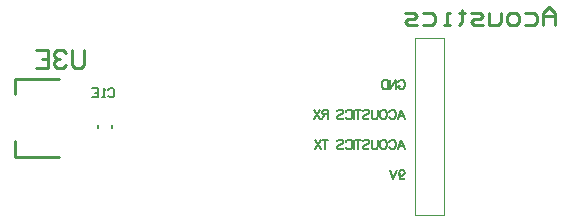
<source format=gbo>
G04 Layer_Color=32896*
%FSLAX24Y24*%
%MOIN*%
G70*
G01*
G75*
%ADD14C,0.0100*%
%ADD25C,0.0070*%
%ADD26C,0.0079*%
%ADD27C,0.0039*%
D14*
X10513Y18087D02*
Y18599D01*
X11969D01*
X10513Y16001D02*
X11969D01*
X10513D02*
Y16513D01*
X12800Y19550D02*
Y19050D01*
X12700Y18950D01*
X12500D01*
X12400Y19050D01*
Y19550D01*
X12200Y19450D02*
X12100Y19550D01*
X11900D01*
X11800Y19450D01*
Y19350D01*
X11900Y19250D01*
X12000D01*
X11900D01*
X11800Y19150D01*
Y19050D01*
X11900Y18950D01*
X12100D01*
X12200Y19050D01*
X11201Y19550D02*
X11600D01*
Y18950D01*
X11201D01*
X11600Y19250D02*
X11400D01*
X28500Y20400D02*
Y20800D01*
X28300Y21000D01*
X28100Y20800D01*
Y20400D01*
Y20700D01*
X28500D01*
X27500Y20800D02*
X27800D01*
X27900Y20700D01*
Y20500D01*
X27800Y20400D01*
X27500D01*
X27200D02*
X27000D01*
X26901Y20500D01*
Y20700D01*
X27000Y20800D01*
X27200D01*
X27300Y20700D01*
Y20500D01*
X27200Y20400D01*
X26701Y20800D02*
Y20500D01*
X26601Y20400D01*
X26301D01*
Y20800D01*
X26101Y20400D02*
X25801D01*
X25701Y20500D01*
X25801Y20600D01*
X26001D01*
X26101Y20700D01*
X26001Y20800D01*
X25701D01*
X25401Y20900D02*
Y20800D01*
X25501D01*
X25301D01*
X25401D01*
Y20500D01*
X25301Y20400D01*
X25001D02*
X24801D01*
X24901D01*
Y20800D01*
X25001D01*
X24101D02*
X24401D01*
X24501Y20700D01*
Y20500D01*
X24401Y20400D01*
X24101D01*
X23901D02*
X23602D01*
X23502Y20500D01*
X23602Y20600D01*
X23802D01*
X23901Y20700D01*
X23802Y20800D01*
X23502D01*
D25*
X13620Y18220D02*
X13670Y18270D01*
X13770D01*
X13820Y18220D01*
Y18020D01*
X13770Y17970D01*
X13670D01*
X13620Y18020D01*
X13520Y17970D02*
X13420D01*
X13470D01*
Y18270D01*
X13520Y18220D01*
X13070Y18270D02*
X13270D01*
Y17970D01*
X13070D01*
X13270Y18120D02*
X13170D01*
X23286Y18479D02*
X23300Y18507D01*
X23329Y18536D01*
X23357Y18550D01*
X23414D01*
X23443Y18536D01*
X23471Y18507D01*
X23486Y18479D01*
X23500Y18436D01*
Y18364D01*
X23486Y18321D01*
X23471Y18293D01*
X23443Y18264D01*
X23414Y18250D01*
X23357D01*
X23329Y18264D01*
X23300Y18293D01*
X23286Y18321D01*
Y18364D01*
X23357D02*
X23286D01*
X23217Y18550D02*
Y18250D01*
Y18550D02*
X23017Y18250D01*
Y18550D02*
Y18250D01*
X22934Y18550D02*
Y18250D01*
Y18550D02*
X22834D01*
X22792Y18536D01*
X22763Y18507D01*
X22749Y18479D01*
X22734Y18436D01*
Y18364D01*
X22749Y18321D01*
X22763Y18293D01*
X22792Y18264D01*
X22834Y18250D01*
X22934D01*
X23271Y17250D02*
X23386Y17550D01*
X23500Y17250D01*
X23457Y17350D02*
X23314D01*
X22987Y17479D02*
X23002Y17507D01*
X23030Y17536D01*
X23059Y17550D01*
X23116D01*
X23144Y17536D01*
X23173Y17507D01*
X23187Y17479D01*
X23201Y17436D01*
Y17364D01*
X23187Y17321D01*
X23173Y17293D01*
X23144Y17264D01*
X23116Y17250D01*
X23059D01*
X23030Y17264D01*
X23002Y17293D01*
X22987Y17321D01*
X22817Y17550D02*
X22846Y17536D01*
X22874Y17507D01*
X22889Y17479D01*
X22903Y17436D01*
Y17364D01*
X22889Y17321D01*
X22874Y17293D01*
X22846Y17264D01*
X22817Y17250D01*
X22760D01*
X22732Y17264D01*
X22703Y17293D01*
X22689Y17321D01*
X22674Y17364D01*
Y17436D01*
X22689Y17479D01*
X22703Y17507D01*
X22732Y17536D01*
X22760Y17550D01*
X22817D01*
X22604D02*
Y17336D01*
X22590Y17293D01*
X22562Y17264D01*
X22519Y17250D01*
X22490D01*
X22447Y17264D01*
X22419Y17293D01*
X22405Y17336D01*
Y17550D01*
X22122Y17507D02*
X22150Y17536D01*
X22193Y17550D01*
X22250D01*
X22293Y17536D01*
X22322Y17507D01*
Y17479D01*
X22307Y17450D01*
X22293Y17436D01*
X22265Y17421D01*
X22179Y17393D01*
X22150Y17379D01*
X22136Y17364D01*
X22122Y17336D01*
Y17293D01*
X22150Y17264D01*
X22193Y17250D01*
X22250D01*
X22293Y17264D01*
X22322Y17293D01*
X21955Y17550D02*
Y17250D01*
X22055Y17550D02*
X21855D01*
X21819D02*
Y17250D01*
X21542Y17479D02*
X21556Y17507D01*
X21585Y17536D01*
X21613Y17550D01*
X21670D01*
X21699Y17536D01*
X21728Y17507D01*
X21742Y17479D01*
X21756Y17436D01*
Y17364D01*
X21742Y17321D01*
X21728Y17293D01*
X21699Y17264D01*
X21670Y17250D01*
X21613D01*
X21585Y17264D01*
X21556Y17293D01*
X21542Y17321D01*
X21258Y17507D02*
X21286Y17536D01*
X21329Y17550D01*
X21386D01*
X21429Y17536D01*
X21458Y17507D01*
Y17479D01*
X21443Y17450D01*
X21429Y17436D01*
X21400Y17421D01*
X21315Y17393D01*
X21286Y17379D01*
X21272Y17364D01*
X21258Y17336D01*
Y17293D01*
X21286Y17264D01*
X21329Y17250D01*
X21386D01*
X21429Y17264D01*
X21458Y17293D01*
X20955Y17550D02*
Y17250D01*
Y17550D02*
X20826D01*
X20783Y17536D01*
X20769Y17521D01*
X20755Y17493D01*
Y17464D01*
X20769Y17436D01*
X20783Y17421D01*
X20826Y17407D01*
X20955D01*
X20855D02*
X20755Y17250D01*
X20688Y17550D02*
X20488Y17250D01*
Y17550D02*
X20688Y17250D01*
X23271Y16250D02*
X23386Y16550D01*
X23500Y16250D01*
X23457Y16350D02*
X23314D01*
X22987Y16479D02*
X23002Y16507D01*
X23030Y16536D01*
X23059Y16550D01*
X23116D01*
X23144Y16536D01*
X23173Y16507D01*
X23187Y16479D01*
X23201Y16436D01*
Y16364D01*
X23187Y16321D01*
X23173Y16293D01*
X23144Y16264D01*
X23116Y16250D01*
X23059D01*
X23030Y16264D01*
X23002Y16293D01*
X22987Y16321D01*
X22817Y16550D02*
X22846Y16536D01*
X22874Y16507D01*
X22889Y16479D01*
X22903Y16436D01*
Y16364D01*
X22889Y16321D01*
X22874Y16293D01*
X22846Y16264D01*
X22817Y16250D01*
X22760D01*
X22732Y16264D01*
X22703Y16293D01*
X22689Y16321D01*
X22674Y16364D01*
Y16436D01*
X22689Y16479D01*
X22703Y16507D01*
X22732Y16536D01*
X22760Y16550D01*
X22817D01*
X22604D02*
Y16336D01*
X22590Y16293D01*
X22562Y16264D01*
X22519Y16250D01*
X22490D01*
X22447Y16264D01*
X22419Y16293D01*
X22405Y16336D01*
Y16550D01*
X22122Y16507D02*
X22150Y16536D01*
X22193Y16550D01*
X22250D01*
X22293Y16536D01*
X22322Y16507D01*
Y16479D01*
X22307Y16450D01*
X22293Y16436D01*
X22265Y16421D01*
X22179Y16393D01*
X22150Y16379D01*
X22136Y16364D01*
X22122Y16336D01*
Y16293D01*
X22150Y16264D01*
X22193Y16250D01*
X22250D01*
X22293Y16264D01*
X22322Y16293D01*
X21955Y16550D02*
Y16250D01*
X22055Y16550D02*
X21855D01*
X21819D02*
Y16250D01*
X21542Y16479D02*
X21556Y16507D01*
X21585Y16536D01*
X21613Y16550D01*
X21670D01*
X21699Y16536D01*
X21728Y16507D01*
X21742Y16479D01*
X21756Y16436D01*
Y16364D01*
X21742Y16321D01*
X21728Y16293D01*
X21699Y16264D01*
X21670Y16250D01*
X21613D01*
X21585Y16264D01*
X21556Y16293D01*
X21542Y16321D01*
X21258Y16507D02*
X21286Y16536D01*
X21329Y16550D01*
X21386D01*
X21429Y16536D01*
X21458Y16507D01*
Y16479D01*
X21443Y16450D01*
X21429Y16436D01*
X21400Y16421D01*
X21315Y16393D01*
X21286Y16379D01*
X21272Y16364D01*
X21258Y16336D01*
Y16293D01*
X21286Y16264D01*
X21329Y16250D01*
X21386D01*
X21429Y16264D01*
X21458Y16293D01*
X20855Y16550D02*
Y16250D01*
X20955Y16550D02*
X20755D01*
X20719D02*
X20519Y16250D01*
Y16550D02*
X20719Y16250D01*
X23314Y15450D02*
X23329Y15407D01*
X23357Y15379D01*
X23400Y15364D01*
X23414D01*
X23457Y15379D01*
X23486Y15407D01*
X23500Y15450D01*
Y15464D01*
X23486Y15507D01*
X23457Y15536D01*
X23414Y15550D01*
X23400D01*
X23357Y15536D01*
X23329Y15507D01*
X23314Y15450D01*
Y15379D01*
X23329Y15307D01*
X23357Y15264D01*
X23400Y15250D01*
X23429D01*
X23471Y15264D01*
X23486Y15293D01*
X23233Y15550D02*
X23119Y15250D01*
X23004Y15550D02*
X23119Y15250D01*
D26*
X13736Y16941D02*
Y17059D01*
X13264Y16941D02*
Y17059D01*
D27*
X23835Y14047D02*
Y17071D01*
Y14047D02*
X24819D01*
X23835Y19953D02*
X24819D01*
X23835Y17071D02*
Y19953D01*
X24819Y14047D02*
Y19953D01*
M02*

</source>
